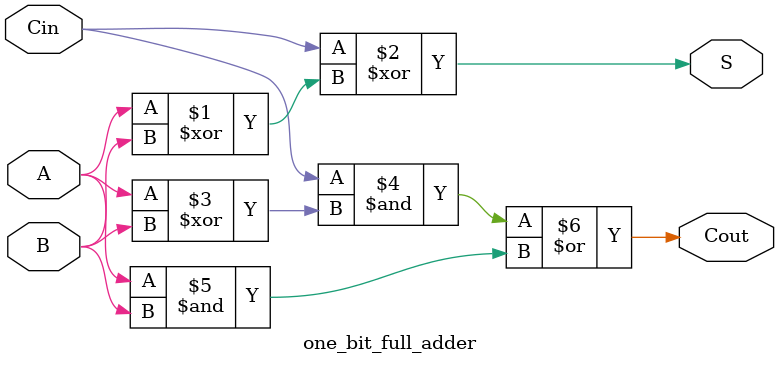
<source format=v>
module one_bit_full_adder(A, B, Cin, S, Cout);
 input A, B, Cin;
 output S, Cout;

 assign S = Cin ^ (A ^ B);
 assign Cout = (Cin & (A ^ B)) | (A & B);

endmodule

</source>
